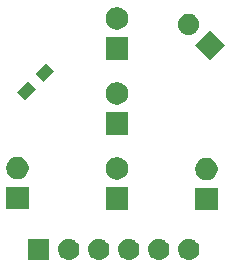
<source format=gbr>
G04 #@! TF.GenerationSoftware,KiCad,Pcbnew,5.0.1*
G04 #@! TF.CreationDate,2019-01-22T15:02:09+05:30*
G04 #@! TF.ProjectId,traffic,747261666669632E6B696361645F7063,rev?*
G04 #@! TF.SameCoordinates,Original*
G04 #@! TF.FileFunction,Soldermask,Bot*
G04 #@! TF.FilePolarity,Negative*
%FSLAX46Y46*%
G04 Gerber Fmt 4.6, Leading zero omitted, Abs format (unit mm)*
G04 Created by KiCad (PCBNEW 5.0.1) date Tue 22 Jan 2019 03:02:09 PM IST*
%MOMM*%
%LPD*%
G01*
G04 APERTURE LIST*
%ADD10C,0.100000*%
G04 APERTURE END LIST*
D10*
G36*
X153526442Y-104769518D02*
X153592627Y-104776037D01*
X153705853Y-104810384D01*
X153762467Y-104827557D01*
X153901087Y-104901652D01*
X153918991Y-104911222D01*
X153954729Y-104940552D01*
X154056186Y-105023814D01*
X154139448Y-105125271D01*
X154168778Y-105161009D01*
X154168779Y-105161011D01*
X154252443Y-105317533D01*
X154252443Y-105317534D01*
X154303963Y-105487373D01*
X154321359Y-105664000D01*
X154303963Y-105840627D01*
X154269616Y-105953853D01*
X154252443Y-106010467D01*
X154178348Y-106149087D01*
X154168778Y-106166991D01*
X154139448Y-106202729D01*
X154056186Y-106304186D01*
X153954729Y-106387448D01*
X153918991Y-106416778D01*
X153918989Y-106416779D01*
X153762467Y-106500443D01*
X153705853Y-106517616D01*
X153592627Y-106551963D01*
X153526442Y-106558482D01*
X153460260Y-106565000D01*
X153371740Y-106565000D01*
X153305558Y-106558482D01*
X153239373Y-106551963D01*
X153126147Y-106517616D01*
X153069533Y-106500443D01*
X152913011Y-106416779D01*
X152913009Y-106416778D01*
X152877271Y-106387448D01*
X152775814Y-106304186D01*
X152692552Y-106202729D01*
X152663222Y-106166991D01*
X152653652Y-106149087D01*
X152579557Y-106010467D01*
X152562384Y-105953853D01*
X152528037Y-105840627D01*
X152510641Y-105664000D01*
X152528037Y-105487373D01*
X152579557Y-105317534D01*
X152579557Y-105317533D01*
X152663221Y-105161011D01*
X152663222Y-105161009D01*
X152692552Y-105125271D01*
X152775814Y-105023814D01*
X152877271Y-104940552D01*
X152913009Y-104911222D01*
X152930913Y-104901652D01*
X153069533Y-104827557D01*
X153126147Y-104810384D01*
X153239373Y-104776037D01*
X153305558Y-104769518D01*
X153371740Y-104763000D01*
X153460260Y-104763000D01*
X153526442Y-104769518D01*
X153526442Y-104769518D01*
G37*
G36*
X148446442Y-104769518D02*
X148512627Y-104776037D01*
X148625853Y-104810384D01*
X148682467Y-104827557D01*
X148821087Y-104901652D01*
X148838991Y-104911222D01*
X148874729Y-104940552D01*
X148976186Y-105023814D01*
X149059448Y-105125271D01*
X149088778Y-105161009D01*
X149088779Y-105161011D01*
X149172443Y-105317533D01*
X149172443Y-105317534D01*
X149223963Y-105487373D01*
X149241359Y-105664000D01*
X149223963Y-105840627D01*
X149189616Y-105953853D01*
X149172443Y-106010467D01*
X149098348Y-106149087D01*
X149088778Y-106166991D01*
X149059448Y-106202729D01*
X148976186Y-106304186D01*
X148874729Y-106387448D01*
X148838991Y-106416778D01*
X148838989Y-106416779D01*
X148682467Y-106500443D01*
X148625853Y-106517616D01*
X148512627Y-106551963D01*
X148446442Y-106558482D01*
X148380260Y-106565000D01*
X148291740Y-106565000D01*
X148225558Y-106558482D01*
X148159373Y-106551963D01*
X148046147Y-106517616D01*
X147989533Y-106500443D01*
X147833011Y-106416779D01*
X147833009Y-106416778D01*
X147797271Y-106387448D01*
X147695814Y-106304186D01*
X147612552Y-106202729D01*
X147583222Y-106166991D01*
X147573652Y-106149087D01*
X147499557Y-106010467D01*
X147482384Y-105953853D01*
X147448037Y-105840627D01*
X147430641Y-105664000D01*
X147448037Y-105487373D01*
X147499557Y-105317534D01*
X147499557Y-105317533D01*
X147583221Y-105161011D01*
X147583222Y-105161009D01*
X147612552Y-105125271D01*
X147695814Y-105023814D01*
X147797271Y-104940552D01*
X147833009Y-104911222D01*
X147850913Y-104901652D01*
X147989533Y-104827557D01*
X148046147Y-104810384D01*
X148159373Y-104776037D01*
X148225558Y-104769518D01*
X148291740Y-104763000D01*
X148380260Y-104763000D01*
X148446442Y-104769518D01*
X148446442Y-104769518D01*
G37*
G36*
X145906442Y-104769518D02*
X145972627Y-104776037D01*
X146085853Y-104810384D01*
X146142467Y-104827557D01*
X146281087Y-104901652D01*
X146298991Y-104911222D01*
X146334729Y-104940552D01*
X146436186Y-105023814D01*
X146519448Y-105125271D01*
X146548778Y-105161009D01*
X146548779Y-105161011D01*
X146632443Y-105317533D01*
X146632443Y-105317534D01*
X146683963Y-105487373D01*
X146701359Y-105664000D01*
X146683963Y-105840627D01*
X146649616Y-105953853D01*
X146632443Y-106010467D01*
X146558348Y-106149087D01*
X146548778Y-106166991D01*
X146519448Y-106202729D01*
X146436186Y-106304186D01*
X146334729Y-106387448D01*
X146298991Y-106416778D01*
X146298989Y-106416779D01*
X146142467Y-106500443D01*
X146085853Y-106517616D01*
X145972627Y-106551963D01*
X145906442Y-106558482D01*
X145840260Y-106565000D01*
X145751740Y-106565000D01*
X145685558Y-106558482D01*
X145619373Y-106551963D01*
X145506147Y-106517616D01*
X145449533Y-106500443D01*
X145293011Y-106416779D01*
X145293009Y-106416778D01*
X145257271Y-106387448D01*
X145155814Y-106304186D01*
X145072552Y-106202729D01*
X145043222Y-106166991D01*
X145033652Y-106149087D01*
X144959557Y-106010467D01*
X144942384Y-105953853D01*
X144908037Y-105840627D01*
X144890641Y-105664000D01*
X144908037Y-105487373D01*
X144959557Y-105317534D01*
X144959557Y-105317533D01*
X145043221Y-105161011D01*
X145043222Y-105161009D01*
X145072552Y-105125271D01*
X145155814Y-105023814D01*
X145257271Y-104940552D01*
X145293009Y-104911222D01*
X145310913Y-104901652D01*
X145449533Y-104827557D01*
X145506147Y-104810384D01*
X145619373Y-104776037D01*
X145685558Y-104769518D01*
X145751740Y-104763000D01*
X145840260Y-104763000D01*
X145906442Y-104769518D01*
X145906442Y-104769518D01*
G37*
G36*
X143366442Y-104769518D02*
X143432627Y-104776037D01*
X143545853Y-104810384D01*
X143602467Y-104827557D01*
X143741087Y-104901652D01*
X143758991Y-104911222D01*
X143794729Y-104940552D01*
X143896186Y-105023814D01*
X143979448Y-105125271D01*
X144008778Y-105161009D01*
X144008779Y-105161011D01*
X144092443Y-105317533D01*
X144092443Y-105317534D01*
X144143963Y-105487373D01*
X144161359Y-105664000D01*
X144143963Y-105840627D01*
X144109616Y-105953853D01*
X144092443Y-106010467D01*
X144018348Y-106149087D01*
X144008778Y-106166991D01*
X143979448Y-106202729D01*
X143896186Y-106304186D01*
X143794729Y-106387448D01*
X143758991Y-106416778D01*
X143758989Y-106416779D01*
X143602467Y-106500443D01*
X143545853Y-106517616D01*
X143432627Y-106551963D01*
X143366442Y-106558482D01*
X143300260Y-106565000D01*
X143211740Y-106565000D01*
X143145558Y-106558482D01*
X143079373Y-106551963D01*
X142966147Y-106517616D01*
X142909533Y-106500443D01*
X142753011Y-106416779D01*
X142753009Y-106416778D01*
X142717271Y-106387448D01*
X142615814Y-106304186D01*
X142532552Y-106202729D01*
X142503222Y-106166991D01*
X142493652Y-106149087D01*
X142419557Y-106010467D01*
X142402384Y-105953853D01*
X142368037Y-105840627D01*
X142350641Y-105664000D01*
X142368037Y-105487373D01*
X142419557Y-105317534D01*
X142419557Y-105317533D01*
X142503221Y-105161011D01*
X142503222Y-105161009D01*
X142532552Y-105125271D01*
X142615814Y-105023814D01*
X142717271Y-104940552D01*
X142753009Y-104911222D01*
X142770913Y-104901652D01*
X142909533Y-104827557D01*
X142966147Y-104810384D01*
X143079373Y-104776037D01*
X143145558Y-104769518D01*
X143211740Y-104763000D01*
X143300260Y-104763000D01*
X143366442Y-104769518D01*
X143366442Y-104769518D01*
G37*
G36*
X141617000Y-106565000D02*
X139815000Y-106565000D01*
X139815000Y-104763000D01*
X141617000Y-104763000D01*
X141617000Y-106565000D01*
X141617000Y-106565000D01*
G37*
G36*
X150986442Y-104769518D02*
X151052627Y-104776037D01*
X151165853Y-104810384D01*
X151222467Y-104827557D01*
X151361087Y-104901652D01*
X151378991Y-104911222D01*
X151414729Y-104940552D01*
X151516186Y-105023814D01*
X151599448Y-105125271D01*
X151628778Y-105161009D01*
X151628779Y-105161011D01*
X151712443Y-105317533D01*
X151712443Y-105317534D01*
X151763963Y-105487373D01*
X151781359Y-105664000D01*
X151763963Y-105840627D01*
X151729616Y-105953853D01*
X151712443Y-106010467D01*
X151638348Y-106149087D01*
X151628778Y-106166991D01*
X151599448Y-106202729D01*
X151516186Y-106304186D01*
X151414729Y-106387448D01*
X151378991Y-106416778D01*
X151378989Y-106416779D01*
X151222467Y-106500443D01*
X151165853Y-106517616D01*
X151052627Y-106551963D01*
X150986442Y-106558482D01*
X150920260Y-106565000D01*
X150831740Y-106565000D01*
X150765558Y-106558482D01*
X150699373Y-106551963D01*
X150586147Y-106517616D01*
X150529533Y-106500443D01*
X150373011Y-106416779D01*
X150373009Y-106416778D01*
X150337271Y-106387448D01*
X150235814Y-106304186D01*
X150152552Y-106202729D01*
X150123222Y-106166991D01*
X150113652Y-106149087D01*
X150039557Y-106010467D01*
X150022384Y-105953853D01*
X149988037Y-105840627D01*
X149970641Y-105664000D01*
X149988037Y-105487373D01*
X150039557Y-105317534D01*
X150039557Y-105317533D01*
X150123221Y-105161011D01*
X150123222Y-105161009D01*
X150152552Y-105125271D01*
X150235814Y-105023814D01*
X150337271Y-104940552D01*
X150373009Y-104911222D01*
X150390913Y-104901652D01*
X150529533Y-104827557D01*
X150586147Y-104810384D01*
X150699373Y-104776037D01*
X150765558Y-104769518D01*
X150831740Y-104763000D01*
X150920260Y-104763000D01*
X150986442Y-104769518D01*
X150986442Y-104769518D01*
G37*
G36*
X155851000Y-102351000D02*
X153949000Y-102351000D01*
X153949000Y-100449000D01*
X155851000Y-100449000D01*
X155851000Y-102351000D01*
X155851000Y-102351000D01*
G37*
G36*
X148271000Y-102297000D02*
X146369000Y-102297000D01*
X146369000Y-100395000D01*
X148271000Y-100395000D01*
X148271000Y-102297000D01*
X148271000Y-102297000D01*
G37*
G36*
X139851000Y-102251000D02*
X137949000Y-102251000D01*
X137949000Y-100349000D01*
X139851000Y-100349000D01*
X139851000Y-102251000D01*
X139851000Y-102251000D01*
G37*
G36*
X155177396Y-97945546D02*
X155350466Y-98017234D01*
X155506230Y-98121312D01*
X155638688Y-98253770D01*
X155742766Y-98409534D01*
X155814454Y-98582604D01*
X155851000Y-98766333D01*
X155851000Y-98953667D01*
X155814454Y-99137396D01*
X155742766Y-99310466D01*
X155638688Y-99466230D01*
X155506230Y-99598688D01*
X155350466Y-99702766D01*
X155177396Y-99774454D01*
X154993667Y-99811000D01*
X154806333Y-99811000D01*
X154622604Y-99774454D01*
X154449534Y-99702766D01*
X154293770Y-99598688D01*
X154161312Y-99466230D01*
X154057234Y-99310466D01*
X153985546Y-99137396D01*
X153949000Y-98953667D01*
X153949000Y-98766333D01*
X153985546Y-98582604D01*
X154057234Y-98409534D01*
X154161312Y-98253770D01*
X154293770Y-98121312D01*
X154449534Y-98017234D01*
X154622604Y-97945546D01*
X154806333Y-97909000D01*
X154993667Y-97909000D01*
X155177396Y-97945546D01*
X155177396Y-97945546D01*
G37*
G36*
X147597396Y-97891546D02*
X147770466Y-97963234D01*
X147926230Y-98067312D01*
X148058688Y-98199770D01*
X148162766Y-98355534D01*
X148234454Y-98528604D01*
X148271000Y-98712333D01*
X148271000Y-98899667D01*
X148234454Y-99083396D01*
X148162766Y-99256466D01*
X148058688Y-99412230D01*
X147926230Y-99544688D01*
X147770466Y-99648766D01*
X147597396Y-99720454D01*
X147413667Y-99757000D01*
X147226333Y-99757000D01*
X147042604Y-99720454D01*
X146869534Y-99648766D01*
X146713770Y-99544688D01*
X146581312Y-99412230D01*
X146477234Y-99256466D01*
X146405546Y-99083396D01*
X146369000Y-98899667D01*
X146369000Y-98712333D01*
X146405546Y-98528604D01*
X146477234Y-98355534D01*
X146581312Y-98199770D01*
X146713770Y-98067312D01*
X146869534Y-97963234D01*
X147042604Y-97891546D01*
X147226333Y-97855000D01*
X147413667Y-97855000D01*
X147597396Y-97891546D01*
X147597396Y-97891546D01*
G37*
G36*
X139177396Y-97845546D02*
X139350466Y-97917234D01*
X139506230Y-98021312D01*
X139638688Y-98153770D01*
X139742766Y-98309534D01*
X139814454Y-98482604D01*
X139851000Y-98666333D01*
X139851000Y-98853667D01*
X139814454Y-99037396D01*
X139742766Y-99210466D01*
X139638688Y-99366230D01*
X139506230Y-99498688D01*
X139350466Y-99602766D01*
X139177396Y-99674454D01*
X138993667Y-99711000D01*
X138806333Y-99711000D01*
X138622604Y-99674454D01*
X138449534Y-99602766D01*
X138293770Y-99498688D01*
X138161312Y-99366230D01*
X138057234Y-99210466D01*
X137985546Y-99037396D01*
X137949000Y-98853667D01*
X137949000Y-98666333D01*
X137985546Y-98482604D01*
X138057234Y-98309534D01*
X138161312Y-98153770D01*
X138293770Y-98021312D01*
X138449534Y-97917234D01*
X138622604Y-97845546D01*
X138806333Y-97809000D01*
X138993667Y-97809000D01*
X139177396Y-97845546D01*
X139177396Y-97845546D01*
G37*
G36*
X148271000Y-95947000D02*
X146369000Y-95947000D01*
X146369000Y-94045000D01*
X148271000Y-94045000D01*
X148271000Y-95947000D01*
X148271000Y-95947000D01*
G37*
G36*
X147597396Y-91541546D02*
X147770466Y-91613234D01*
X147926230Y-91717312D01*
X148058688Y-91849770D01*
X148162766Y-92005534D01*
X148234454Y-92178604D01*
X148271000Y-92362333D01*
X148271000Y-92549667D01*
X148234454Y-92733396D01*
X148162766Y-92906466D01*
X148058688Y-93062230D01*
X147926230Y-93194688D01*
X147770466Y-93298766D01*
X147597396Y-93370454D01*
X147413667Y-93407000D01*
X147226333Y-93407000D01*
X147042604Y-93370454D01*
X146869534Y-93298766D01*
X146713770Y-93194688D01*
X146581312Y-93062230D01*
X146477234Y-92906466D01*
X146405546Y-92733396D01*
X146369000Y-92549667D01*
X146369000Y-92362333D01*
X146405546Y-92178604D01*
X146477234Y-92005534D01*
X146581312Y-91849770D01*
X146713770Y-91717312D01*
X146869534Y-91613234D01*
X147042604Y-91541546D01*
X147226333Y-91505000D01*
X147413667Y-91505000D01*
X147597396Y-91541546D01*
X147597396Y-91541546D01*
G37*
G36*
X140482954Y-92127568D02*
X139562300Y-93048222D01*
X138853778Y-92339700D01*
X139774432Y-91419046D01*
X140482954Y-92127568D01*
X140482954Y-92127568D01*
G37*
G36*
X142038588Y-90571934D02*
X141117934Y-91492588D01*
X140409412Y-90784066D01*
X141330066Y-89863412D01*
X142038588Y-90571934D01*
X142038588Y-90571934D01*
G37*
G36*
X156468207Y-88392000D02*
X155194000Y-89666207D01*
X153919793Y-88392000D01*
X155194000Y-87117793D01*
X156468207Y-88392000D01*
X156468207Y-88392000D01*
G37*
G36*
X148271000Y-89597000D02*
X146369000Y-89597000D01*
X146369000Y-87695000D01*
X148271000Y-87695000D01*
X148271000Y-89597000D01*
X148271000Y-89597000D01*
G37*
G36*
X153508391Y-85701467D02*
X153574576Y-85707986D01*
X153687802Y-85742333D01*
X153744416Y-85759506D01*
X153873687Y-85828604D01*
X153900940Y-85843171D01*
X153936678Y-85872501D01*
X154038135Y-85955763D01*
X154121397Y-86057220D01*
X154150727Y-86092958D01*
X154150728Y-86092960D01*
X154234392Y-86249482D01*
X154234392Y-86249483D01*
X154285912Y-86419322D01*
X154303308Y-86595949D01*
X154285912Y-86772576D01*
X154264037Y-86844688D01*
X154234392Y-86942416D01*
X154192679Y-87020454D01*
X154150727Y-87098940D01*
X154135254Y-87117794D01*
X154038135Y-87236135D01*
X153936678Y-87319397D01*
X153900940Y-87348727D01*
X153900938Y-87348728D01*
X153744416Y-87432392D01*
X153687802Y-87449565D01*
X153574576Y-87483912D01*
X153508392Y-87490430D01*
X153442209Y-87496949D01*
X153353689Y-87496949D01*
X153287506Y-87490430D01*
X153221322Y-87483912D01*
X153108096Y-87449565D01*
X153051482Y-87432392D01*
X152894960Y-87348728D01*
X152894958Y-87348727D01*
X152859220Y-87319397D01*
X152757763Y-87236135D01*
X152660644Y-87117794D01*
X152645171Y-87098940D01*
X152603219Y-87020454D01*
X152561506Y-86942416D01*
X152531861Y-86844688D01*
X152509986Y-86772576D01*
X152492590Y-86595949D01*
X152509986Y-86419322D01*
X152561506Y-86249483D01*
X152561506Y-86249482D01*
X152645170Y-86092960D01*
X152645171Y-86092958D01*
X152674501Y-86057220D01*
X152757763Y-85955763D01*
X152859220Y-85872501D01*
X152894958Y-85843171D01*
X152922211Y-85828604D01*
X153051482Y-85759506D01*
X153108096Y-85742333D01*
X153221322Y-85707986D01*
X153287507Y-85701467D01*
X153353689Y-85694949D01*
X153442209Y-85694949D01*
X153508391Y-85701467D01*
X153508391Y-85701467D01*
G37*
G36*
X147597396Y-85191546D02*
X147770466Y-85263234D01*
X147926230Y-85367312D01*
X148058688Y-85499770D01*
X148162766Y-85655534D01*
X148234454Y-85828604D01*
X148271000Y-86012333D01*
X148271000Y-86199667D01*
X148234454Y-86383396D01*
X148162766Y-86556466D01*
X148058688Y-86712230D01*
X147926230Y-86844688D01*
X147770466Y-86948766D01*
X147597396Y-87020454D01*
X147413667Y-87057000D01*
X147226333Y-87057000D01*
X147042604Y-87020454D01*
X146869534Y-86948766D01*
X146713770Y-86844688D01*
X146581312Y-86712230D01*
X146477234Y-86556466D01*
X146405546Y-86383396D01*
X146369000Y-86199667D01*
X146369000Y-86012333D01*
X146405546Y-85828604D01*
X146477234Y-85655534D01*
X146581312Y-85499770D01*
X146713770Y-85367312D01*
X146869534Y-85263234D01*
X147042604Y-85191546D01*
X147226333Y-85155000D01*
X147413667Y-85155000D01*
X147597396Y-85191546D01*
X147597396Y-85191546D01*
G37*
M02*

</source>
